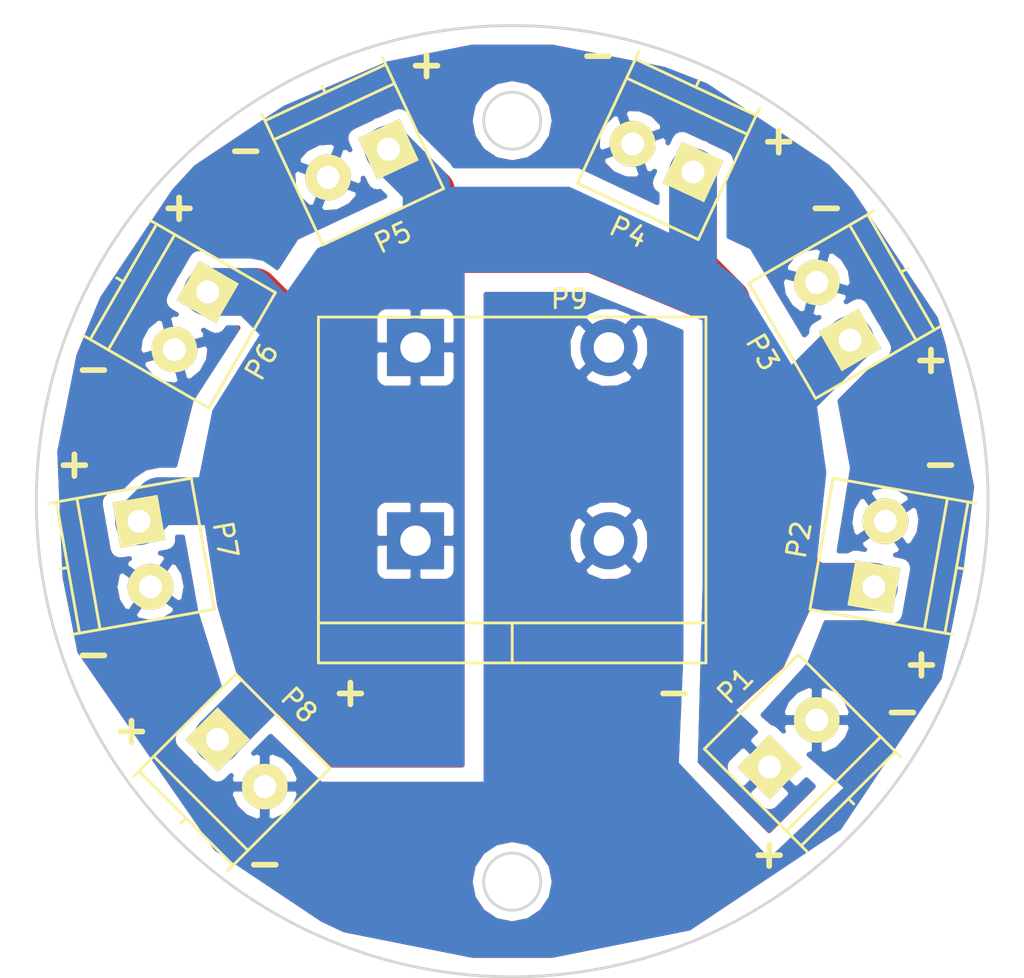
<source format=kicad_pcb>
(kicad_pcb (version 4) (host pcbnew 4.0.4+e1-6308~48~ubuntu16.04.1-stable)

  (general
    (links 18)
    (no_connects 0)
    (area 84.924999 44.924999 135.075001 95.075001)
    (thickness 1.6)
    (drawings 21)
    (tracks 28)
    (zones 0)
    (modules 9)
    (nets 3)
  )

  (page A4)
  (title_block
    (title "ESC Power Distribution")
    (rev 1.0)
    (company Sigmadrone)
    (comment 1 www.sigmadrone.org)
  )

  (layers
    (0 F.Cu signal)
    (31 B.Cu signal)
    (32 B.Adhes user)
    (33 F.Adhes user)
    (34 B.Paste user)
    (35 F.Paste user)
    (36 B.SilkS user)
    (37 F.SilkS user)
    (38 B.Mask user)
    (39 F.Mask user)
    (40 Dwgs.User user)
    (41 Cmts.User user)
    (42 Eco1.User user)
    (43 Eco2.User user)
    (44 Edge.Cuts user)
    (45 Margin user)
    (46 B.CrtYd user)
    (47 F.CrtYd user)
    (48 B.Fab user)
    (49 F.Fab user)
  )

  (setup
    (last_trace_width 2.5)
    (user_trace_width 1)
    (user_trace_width 2.5)
    (user_trace_width 3)
    (user_trace_width 4)
    (user_trace_width 5)
    (user_trace_width 6)
    (user_trace_width 7)
    (user_trace_width 8)
    (trace_clearance 0.2)
    (zone_clearance 0.508)
    (zone_45_only no)
    (trace_min 0.2)
    (segment_width 0.2)
    (edge_width 0.15)
    (via_size 0.6)
    (via_drill 0.4)
    (via_min_size 0.4)
    (via_min_drill 0.3)
    (uvia_size 0.3)
    (uvia_drill 0.1)
    (uvias_allowed no)
    (uvia_min_size 0.2)
    (uvia_min_drill 0.1)
    (pcb_text_width 0.3)
    (pcb_text_size 1.5 1.5)
    (mod_edge_width 0.15)
    (mod_text_size 1 1)
    (mod_text_width 0.15)
    (pad_size 1.524 1.524)
    (pad_drill 0.762)
    (pad_to_mask_clearance 0.2)
    (aux_axis_origin 0 0)
    (visible_elements FFFFFF7F)
    (pcbplotparams
      (layerselection 0x00030_80000001)
      (usegerberextensions false)
      (excludeedgelayer true)
      (linewidth 0.100000)
      (plotframeref false)
      (viasonmask false)
      (mode 1)
      (useauxorigin false)
      (hpglpennumber 1)
      (hpglpenspeed 20)
      (hpglpendiameter 15)
      (hpglpenoverlay 2)
      (psnegative false)
      (psa4output false)
      (plotreference true)
      (plotvalue true)
      (plotinvisibletext false)
      (padsonsilk false)
      (subtractmaskfromsilk false)
      (outputformat 1)
      (mirror false)
      (drillshape 1)
      (scaleselection 1)
      (outputdirectory ""))
  )

  (net 0 "")
  (net 1 +BATT)
  (net 2 GND)

  (net_class Default "This is the default net class."
    (clearance 0.2)
    (trace_width 0.25)
    (via_dia 0.6)
    (via_drill 0.4)
    (uvia_dia 0.3)
    (uvia_drill 0.1)
  )

  (net_class Power ""
    (clearance 0.2)
    (trace_width 0.5)
    (via_dia 0.6)
    (via_drill 0.4)
    (uvia_dia 0.3)
    (uvia_drill 0.1)
    (add_net +BATT)
    (add_net GND)
  )

  (module Terminal_Blocks:TerminalBlock_Pheonix_PT-3.5mm_2pol (layer F.Cu) (tedit 0) (tstamp 57E47C50)
    (at 129 74.5 80)
    (descr "2-way 3.5mm pitch terminal block, Phoenix PT series")
    (path /57E46395)
    (fp_text reference P2 (at 1.75 -4.3 80) (layer F.SilkS)
      (effects (font (size 1 1) (thickness 0.15)))
    )
    (fp_text value CONN_01X02 (at 1.75 6 80) (layer F.Fab)
      (effects (font (size 1 1) (thickness 0.15)))
    )
    (fp_line (start -1.9 -3.3) (end 5.4 -3.3) (layer F.CrtYd) (width 0.05))
    (fp_line (start -1.9 4.7) (end -1.9 -3.3) (layer F.CrtYd) (width 0.05))
    (fp_line (start 5.4 4.7) (end -1.9 4.7) (layer F.CrtYd) (width 0.05))
    (fp_line (start 5.4 -3.3) (end 5.4 4.7) (layer F.CrtYd) (width 0.05))
    (fp_line (start 1.75 4.1) (end 1.75 4.5) (layer F.SilkS) (width 0.15))
    (fp_line (start -1.75 3) (end 5.25 3) (layer F.SilkS) (width 0.15))
    (fp_line (start -1.75 4.1) (end 5.25 4.1) (layer F.SilkS) (width 0.15))
    (fp_line (start -1.75 -3.1) (end -1.75 4.5) (layer F.SilkS) (width 0.15))
    (fp_line (start 5.25 4.5) (end 5.25 -3.1) (layer F.SilkS) (width 0.15))
    (fp_line (start 5.25 -3.1) (end -1.75 -3.1) (layer F.SilkS) (width 0.15))
    (pad 2 thru_hole circle (at 3.5 0 80) (size 2.4 2.4) (drill 1.2) (layers *.Cu *.Mask F.SilkS)
      (net 2 GND))
    (pad 1 thru_hole rect (at 0 0 80) (size 2.4 2.4) (drill 1.2) (layers *.Cu *.Mask F.SilkS)
      (net 1 +BATT))
    (model Terminal_Blocks.3dshapes/TerminalBlock_Pheonix_PT-3.5mm_2pol.wrl
      (at (xyz 0 0 0))
      (scale (xyz 1 1 1))
      (rotate (xyz 0 0 0))
    )
  )

  (module Terminal_Blocks:TerminalBlock_Pheonix_PT-3.5mm_2pol (layer F.Cu) (tedit 0) (tstamp 57E47C60)
    (at 127.75 61.531089 120)
    (descr "2-way 3.5mm pitch terminal block, Phoenix PT series")
    (path /57E463CA)
    (fp_text reference P3 (at 1.75 -4.3 120) (layer F.SilkS)
      (effects (font (size 1 1) (thickness 0.15)))
    )
    (fp_text value CONN_01X02 (at 1.75 6 120) (layer F.Fab)
      (effects (font (size 1 1) (thickness 0.15)))
    )
    (fp_line (start -1.9 -3.3) (end 5.4 -3.3) (layer F.CrtYd) (width 0.05))
    (fp_line (start -1.9 4.7) (end -1.9 -3.3) (layer F.CrtYd) (width 0.05))
    (fp_line (start 5.4 4.7) (end -1.9 4.7) (layer F.CrtYd) (width 0.05))
    (fp_line (start 5.4 -3.3) (end 5.4 4.7) (layer F.CrtYd) (width 0.05))
    (fp_line (start 1.75 4.1) (end 1.75 4.5) (layer F.SilkS) (width 0.15))
    (fp_line (start -1.75 3) (end 5.25 3) (layer F.SilkS) (width 0.15))
    (fp_line (start -1.75 4.1) (end 5.25 4.1) (layer F.SilkS) (width 0.15))
    (fp_line (start -1.75 -3.1) (end -1.75 4.5) (layer F.SilkS) (width 0.15))
    (fp_line (start 5.25 4.5) (end 5.25 -3.1) (layer F.SilkS) (width 0.15))
    (fp_line (start 5.25 -3.1) (end -1.75 -3.1) (layer F.SilkS) (width 0.15))
    (pad 2 thru_hole circle (at 3.5 0 120) (size 2.4 2.4) (drill 1.2) (layers *.Cu *.Mask F.SilkS)
      (net 2 GND))
    (pad 1 thru_hole rect (at 0 0 120) (size 2.4 2.4) (drill 1.2) (layers *.Cu *.Mask F.SilkS)
      (net 1 +BATT))
    (model Terminal_Blocks.3dshapes/TerminalBlock_Pheonix_PT-3.5mm_2pol.wrl
      (at (xyz 0 0 0))
      (scale (xyz 1 1 1))
      (rotate (xyz 0 0 0))
    )
  )

  (module Terminal_Blocks:TerminalBlock_Pheonix_PT-3.5mm_2pol (layer F.Cu) (tedit 0) (tstamp 57E47C70)
    (at 119.5 52.697071 155)
    (descr "2-way 3.5mm pitch terminal block, Phoenix PT series")
    (path /57E463FE)
    (fp_text reference P4 (at 1.75 -4.3 155) (layer F.SilkS)
      (effects (font (size 1 1) (thickness 0.15)))
    )
    (fp_text value CONN_01X02 (at 1.75 6 155) (layer F.Fab)
      (effects (font (size 1 1) (thickness 0.15)))
    )
    (fp_line (start -1.9 -3.3) (end 5.4 -3.3) (layer F.CrtYd) (width 0.05))
    (fp_line (start -1.9 4.7) (end -1.9 -3.3) (layer F.CrtYd) (width 0.05))
    (fp_line (start 5.4 4.7) (end -1.9 4.7) (layer F.CrtYd) (width 0.05))
    (fp_line (start 5.4 -3.3) (end 5.4 4.7) (layer F.CrtYd) (width 0.05))
    (fp_line (start 1.75 4.1) (end 1.75 4.5) (layer F.SilkS) (width 0.15))
    (fp_line (start -1.75 3) (end 5.25 3) (layer F.SilkS) (width 0.15))
    (fp_line (start -1.75 4.1) (end 5.25 4.1) (layer F.SilkS) (width 0.15))
    (fp_line (start -1.75 -3.1) (end -1.75 4.5) (layer F.SilkS) (width 0.15))
    (fp_line (start 5.25 4.5) (end 5.25 -3.1) (layer F.SilkS) (width 0.15))
    (fp_line (start 5.25 -3.1) (end -1.75 -3.1) (layer F.SilkS) (width 0.15))
    (pad 2 thru_hole circle (at 3.5 0 155) (size 2.4 2.4) (drill 1.2) (layers *.Cu *.Mask F.SilkS)
      (net 2 GND))
    (pad 1 thru_hole rect (at 0 0 155) (size 2.4 2.4) (drill 1.2) (layers *.Cu *.Mask F.SilkS)
      (net 1 +BATT))
    (model Terminal_Blocks.3dshapes/TerminalBlock_Pheonix_PT-3.5mm_2pol.wrl
      (at (xyz 0 0 0))
      (scale (xyz 1 1 1))
      (rotate (xyz 0 0 0))
    )
  )

  (module Terminal_Blocks:TerminalBlock_Pheonix_PT-3.5mm_2pol (layer F.Cu) (tedit 0) (tstamp 57E47C80)
    (at 103.5 51.5 205)
    (descr "2-way 3.5mm pitch terminal block, Phoenix PT series")
    (path /57E46435)
    (fp_text reference P5 (at 1.75 -4.3 385) (layer F.SilkS)
      (effects (font (size 1 1) (thickness 0.15)))
    )
    (fp_text value CONN_01X02 (at 1.75 6 205) (layer F.Fab)
      (effects (font (size 1 1) (thickness 0.15)))
    )
    (fp_line (start -1.9 -3.3) (end 5.4 -3.3) (layer F.CrtYd) (width 0.05))
    (fp_line (start -1.9 4.7) (end -1.9 -3.3) (layer F.CrtYd) (width 0.05))
    (fp_line (start 5.4 4.7) (end -1.9 4.7) (layer F.CrtYd) (width 0.05))
    (fp_line (start 5.4 -3.3) (end 5.4 4.7) (layer F.CrtYd) (width 0.05))
    (fp_line (start 1.75 4.1) (end 1.75 4.5) (layer F.SilkS) (width 0.15))
    (fp_line (start -1.75 3) (end 5.25 3) (layer F.SilkS) (width 0.15))
    (fp_line (start -1.75 4.1) (end 5.25 4.1) (layer F.SilkS) (width 0.15))
    (fp_line (start -1.75 -3.1) (end -1.75 4.5) (layer F.SilkS) (width 0.15))
    (fp_line (start 5.25 4.5) (end 5.25 -3.1) (layer F.SilkS) (width 0.15))
    (fp_line (start 5.25 -3.1) (end -1.75 -3.1) (layer F.SilkS) (width 0.15))
    (pad 2 thru_hole circle (at 3.5 0 205) (size 2.4 2.4) (drill 1.2) (layers *.Cu *.Mask F.SilkS)
      (net 2 GND))
    (pad 1 thru_hole rect (at 0 0 205) (size 2.4 2.4) (drill 1.2) (layers *.Cu *.Mask F.SilkS)
      (net 1 +BATT))
    (model Terminal_Blocks.3dshapes/TerminalBlock_Pheonix_PT-3.5mm_2pol.wrl
      (at (xyz 0 0 0))
      (scale (xyz 1 1 1))
      (rotate (xyz 0 0 0))
    )
  )

  (module Terminal_Blocks:TerminalBlock_Pheonix_PT-3.5mm_2pol (layer F.Cu) (tedit 0) (tstamp 57E47C90)
    (at 94 59 240)
    (descr "2-way 3.5mm pitch terminal block, Phoenix PT series")
    (path /57E4646D)
    (fp_text reference P6 (at 1.75 -4.3 240) (layer F.SilkS)
      (effects (font (size 1 1) (thickness 0.15)))
    )
    (fp_text value CONN_01X02 (at 1.75 6 240) (layer F.Fab)
      (effects (font (size 1 1) (thickness 0.15)))
    )
    (fp_line (start -1.9 -3.3) (end 5.4 -3.3) (layer F.CrtYd) (width 0.05))
    (fp_line (start -1.9 4.7) (end -1.9 -3.3) (layer F.CrtYd) (width 0.05))
    (fp_line (start 5.4 4.7) (end -1.9 4.7) (layer F.CrtYd) (width 0.05))
    (fp_line (start 5.4 -3.3) (end 5.4 4.7) (layer F.CrtYd) (width 0.05))
    (fp_line (start 1.75 4.1) (end 1.75 4.5) (layer F.SilkS) (width 0.15))
    (fp_line (start -1.75 3) (end 5.25 3) (layer F.SilkS) (width 0.15))
    (fp_line (start -1.75 4.1) (end 5.25 4.1) (layer F.SilkS) (width 0.15))
    (fp_line (start -1.75 -3.1) (end -1.75 4.5) (layer F.SilkS) (width 0.15))
    (fp_line (start 5.25 4.5) (end 5.25 -3.1) (layer F.SilkS) (width 0.15))
    (fp_line (start 5.25 -3.1) (end -1.75 -3.1) (layer F.SilkS) (width 0.15))
    (pad 2 thru_hole circle (at 3.5 0 240) (size 2.4 2.4) (drill 1.2) (layers *.Cu *.Mask F.SilkS)
      (net 2 GND))
    (pad 1 thru_hole rect (at 0 0 240) (size 2.4 2.4) (drill 1.2) (layers *.Cu *.Mask F.SilkS)
      (net 1 +BATT))
    (model Terminal_Blocks.3dshapes/TerminalBlock_Pheonix_PT-3.5mm_2pol.wrl
      (at (xyz 0 0 0))
      (scale (xyz 1 1 1))
      (rotate (xyz 0 0 0))
    )
  )

  (module Terminal_Blocks:TerminalBlock_Pheonix_PT-3.5mm_2pol (layer F.Cu) (tedit 0) (tstamp 57E47CA0)
    (at 90.392231 71.053173 280)
    (descr "2-way 3.5mm pitch terminal block, Phoenix PT series")
    (path /57E4790D)
    (fp_text reference P7 (at 1.75 -4.3 280) (layer F.SilkS)
      (effects (font (size 1 1) (thickness 0.15)))
    )
    (fp_text value CONN_01X02 (at 1.75 6 280) (layer F.Fab)
      (effects (font (size 1 1) (thickness 0.15)))
    )
    (fp_line (start -1.9 -3.3) (end 5.4 -3.3) (layer F.CrtYd) (width 0.05))
    (fp_line (start -1.9 4.7) (end -1.9 -3.3) (layer F.CrtYd) (width 0.05))
    (fp_line (start 5.4 4.7) (end -1.9 4.7) (layer F.CrtYd) (width 0.05))
    (fp_line (start 5.4 -3.3) (end 5.4 4.7) (layer F.CrtYd) (width 0.05))
    (fp_line (start 1.75 4.1) (end 1.75 4.5) (layer F.SilkS) (width 0.15))
    (fp_line (start -1.75 3) (end 5.25 3) (layer F.SilkS) (width 0.15))
    (fp_line (start -1.75 4.1) (end 5.25 4.1) (layer F.SilkS) (width 0.15))
    (fp_line (start -1.75 -3.1) (end -1.75 4.5) (layer F.SilkS) (width 0.15))
    (fp_line (start 5.25 4.5) (end 5.25 -3.1) (layer F.SilkS) (width 0.15))
    (fp_line (start 5.25 -3.1) (end -1.75 -3.1) (layer F.SilkS) (width 0.15))
    (pad 2 thru_hole circle (at 3.5 0 280) (size 2.4 2.4) (drill 1.2) (layers *.Cu *.Mask F.SilkS)
      (net 2 GND))
    (pad 1 thru_hole rect (at 0 0 280) (size 2.4 2.4) (drill 1.2) (layers *.Cu *.Mask F.SilkS)
      (net 1 +BATT))
    (model Terminal_Blocks.3dshapes/TerminalBlock_Pheonix_PT-3.5mm_2pol.wrl
      (at (xyz 0 0 0))
      (scale (xyz 1 1 1))
      (rotate (xyz 0 0 0))
    )
  )

  (module Terminal_Blocks:TerminalBlock_Pheonix_PT-3.5mm_2pol (layer F.Cu) (tedit 0) (tstamp 57E4823F)
    (at 94.525126 82.525126 315)
    (descr "2-way 3.5mm pitch terminal block, Phoenix PT series")
    (path /57E4794D)
    (fp_text reference P8 (at 1.75 -4.3 315) (layer F.SilkS)
      (effects (font (size 1 1) (thickness 0.15)))
    )
    (fp_text value CONN_01X02 (at 1.75 6 315) (layer F.Fab)
      (effects (font (size 1 1) (thickness 0.15)))
    )
    (fp_line (start -1.9 -3.3) (end 5.4 -3.3) (layer F.CrtYd) (width 0.05))
    (fp_line (start -1.9 4.7) (end -1.9 -3.3) (layer F.CrtYd) (width 0.05))
    (fp_line (start 5.4 4.7) (end -1.9 4.7) (layer F.CrtYd) (width 0.05))
    (fp_line (start 5.4 -3.3) (end 5.4 4.7) (layer F.CrtYd) (width 0.05))
    (fp_line (start 1.75 4.1) (end 1.75 4.5) (layer F.SilkS) (width 0.15))
    (fp_line (start -1.75 3) (end 5.25 3) (layer F.SilkS) (width 0.15))
    (fp_line (start -1.75 4.1) (end 5.25 4.1) (layer F.SilkS) (width 0.15))
    (fp_line (start -1.75 -3.1) (end -1.75 4.5) (layer F.SilkS) (width 0.15))
    (fp_line (start 5.25 4.5) (end 5.25 -3.1) (layer F.SilkS) (width 0.15))
    (fp_line (start 5.25 -3.1) (end -1.75 -3.1) (layer F.SilkS) (width 0.15))
    (pad 2 thru_hole circle (at 3.5 0 315) (size 2.4 2.4) (drill 1.2) (layers *.Cu *.Mask F.SilkS)
      (net 2 GND))
    (pad 1 thru_hole rect (at 0 0 315) (size 2.4 2.4) (drill 1.2) (layers *.Cu *.Mask F.SilkS)
      (net 1 +BATT))
    (model Terminal_Blocks.3dshapes/TerminalBlock_Pheonix_PT-3.5mm_2pol.wrl
      (at (xyz 0 0 0))
      (scale (xyz 1 1 1))
      (rotate (xyz 0 0 0))
    )
  )

  (module Terminal_Blocks:TerminalBlock_Pheonix_PT-3.5mm_2pol (layer F.Cu) (tedit 0) (tstamp 57E485ED)
    (at 123.525126 83.974874 45)
    (descr "2-way 3.5mm pitch terminal block, Phoenix PT series")
    (path /57E46369)
    (fp_text reference P1 (at 1.75 -4.3 45) (layer F.SilkS)
      (effects (font (size 1 1) (thickness 0.15)))
    )
    (fp_text value CONN_01X02 (at 1.75 6 45) (layer F.Fab)
      (effects (font (size 1 1) (thickness 0.15)))
    )
    (fp_line (start -1.9 -3.3) (end 5.4 -3.3) (layer F.CrtYd) (width 0.05))
    (fp_line (start -1.9 4.7) (end -1.9 -3.3) (layer F.CrtYd) (width 0.05))
    (fp_line (start 5.4 4.7) (end -1.9 4.7) (layer F.CrtYd) (width 0.05))
    (fp_line (start 5.4 -3.3) (end 5.4 4.7) (layer F.CrtYd) (width 0.05))
    (fp_line (start 1.75 4.1) (end 1.75 4.5) (layer F.SilkS) (width 0.15))
    (fp_line (start -1.75 3) (end 5.25 3) (layer F.SilkS) (width 0.15))
    (fp_line (start -1.75 4.1) (end 5.25 4.1) (layer F.SilkS) (width 0.15))
    (fp_line (start -1.75 -3.1) (end -1.75 4.5) (layer F.SilkS) (width 0.15))
    (fp_line (start 5.25 4.5) (end 5.25 -3.1) (layer F.SilkS) (width 0.15))
    (fp_line (start 5.25 -3.1) (end -1.75 -3.1) (layer F.SilkS) (width 0.15))
    (pad 2 thru_hole circle (at 3.5 0 45) (size 2.4 2.4) (drill 1.2) (layers *.Cu *.Mask F.SilkS)
      (net 2 GND))
    (pad 1 thru_hole rect (at 0 0 45) (size 2.4 2.4) (drill 1.2) (layers *.Cu *.Mask F.SilkS)
      (net 1 +BATT))
    (model Terminal_Blocks.3dshapes/TerminalBlock_Pheonix_PT-3.5mm_2pol.wrl
      (at (xyz 0 0 0))
      (scale (xyz 1 1 1))
      (rotate (xyz 0 0 0))
    )
  )

  (module Sigmadrone:WURTH_691219610002 (layer F.Cu) (tedit 57E46664) (tstamp 57E485FC)
    (at 110 67)
    (path /57E46330)
    (fp_text reference P9 (at 3 -7.62) (layer F.SilkS)
      (effects (font (size 1 1) (thickness 0.15)))
    )
    (fp_text value CONN_01X02 (at 0 12.7) (layer F.Fab)
      (effects (font (size 1 1) (thickness 0.15)))
    )
    (fp_line (start 0 9.398) (end 0 11.43) (layer F.SilkS) (width 0.15))
    (fp_line (start -10.16 9.398) (end 10.16 9.398) (layer F.SilkS) (width 0.15))
    (fp_line (start -10.18 11.5) (end -10.18 -6.68) (layer F.SilkS) (width 0.15))
    (fp_line (start 10.18 11.5) (end -10.18 11.5) (layer F.SilkS) (width 0.15))
    (fp_line (start 10.18 -6.68) (end 10.18 11.5) (layer F.SilkS) (width 0.15))
    (fp_line (start -10.18 -6.68) (end 10.18 -6.68) (layer F.SilkS) (width 0.15))
    (pad 1 thru_hole rect (at -5.08 5.08) (size 3 3) (drill 1.6) (layers *.Cu *.Mask)
      (net 1 +BATT))
    (pad 1 thru_hole rect (at -5.08 -5.08) (size 3 3) (drill 1.6) (layers *.Cu *.Mask)
      (net 1 +BATT))
    (pad 2 thru_hole circle (at 5.08 -5.08) (size 3 3) (drill 1.6) (layers *.Cu *.Mask)
      (net 2 GND))
    (pad 2 thru_hole circle (at 5.08 5.08) (size 3 3) (drill 1.6) (layers *.Cu *.Mask)
      (net 2 GND))
    (model lib3d/WURTH_691219610002.wrl
      (at (xyz 0 0 0))
      (scale (xyz 1 1 1))
      (rotate (xyz 0 0 0))
    )
  )

  (gr_circle (center 110 90) (end 111.5 90) (layer Edge.Cuts) (width 0.15) (tstamp 57E4875D))
  (gr_circle (center 110 50) (end 111.5 50) (layer Edge.Cuts) (width 0.15))
  (gr_text - (at 118.5 80) (layer F.SilkS) (tstamp 57E48576)
    (effects (font (size 1.5 1.5) (thickness 0.3)))
  )
  (gr_text - (at 130.5 81) (layer F.SilkS) (tstamp 57E48575)
    (effects (font (size 1.5 1.5) (thickness 0.3)))
  )
  (gr_text - (at 132.5 68) (layer F.SilkS) (tstamp 57E48574)
    (effects (font (size 1.5 1.5) (thickness 0.3)))
  )
  (gr_text - (at 126.5 54.5) (layer F.SilkS) (tstamp 57E48573)
    (effects (font (size 1.5 1.5) (thickness 0.3)))
  )
  (gr_text - (at 114.5 46.5) (layer F.SilkS) (tstamp 57E48572)
    (effects (font (size 1.5 1.5) (thickness 0.3)))
  )
  (gr_text - (at 96 51.5) (layer F.SilkS) (tstamp 57E48571)
    (effects (font (size 1.5 1.5) (thickness 0.3)))
  )
  (gr_text - (at 88 63) (layer F.SilkS) (tstamp 57E48570)
    (effects (font (size 1.5 1.5) (thickness 0.3)))
  )
  (gr_text - (at 88 78) (layer F.SilkS) (tstamp 57E4856F)
    (effects (font (size 1.5 1.5) (thickness 0.3)))
  )
  (gr_text - (at 97 89) (layer F.SilkS) (tstamp 57E4856C)
    (effects (font (size 1.5 1.5) (thickness 0.3)))
  )
  (gr_text + (at 101.5 80) (layer F.SilkS) (tstamp 57E48569)
    (effects (font (size 1.5 1.5) (thickness 0.3)))
  )
  (gr_text + (at 123.5 88.5) (layer F.SilkS) (tstamp 57E48568)
    (effects (font (size 1.5 1.5) (thickness 0.3)))
  )
  (gr_text + (at 131.5 78.5) (layer F.SilkS) (tstamp 57E48567)
    (effects (font (size 1.5 1.5) (thickness 0.3)))
  )
  (gr_text + (at 132 62.5) (layer F.SilkS) (tstamp 57E48566)
    (effects (font (size 1.5 1.5) (thickness 0.3)))
  )
  (gr_text + (at 124 51) (layer F.SilkS) (tstamp 57E48565)
    (effects (font (size 1.5 1.5) (thickness 0.3)))
  )
  (gr_text + (at 105.5 47) (layer F.SilkS) (tstamp 57E48564)
    (effects (font (size 1.5 1.5) (thickness 0.3)))
  )
  (gr_text + (at 92.5 54.5) (layer F.SilkS) (tstamp 57E48563)
    (effects (font (size 1.5 1.5) (thickness 0.3)))
  )
  (gr_text + (at 87 68) (layer F.SilkS) (tstamp 57E48562)
    (effects (font (size 1.5 1.5) (thickness 0.3)))
  )
  (gr_text + (at 90 82) (layer F.SilkS)
    (effects (font (size 1.5 1.5) (thickness 0.3)))
  )
  (gr_circle (center 110 70) (end 110 95) (layer Edge.Cuts) (width 0.15))

  (segment (start 124.781089 64.5) (end 122.75 64.5) (width 2.5) (layer F.Cu) (net 1))
  (segment (start 127.75 61.531089) (end 124.781089 64.5) (width 2.5) (layer F.Cu) (net 1))
  (segment (start 125.75 74.5) (end 124 72.75) (width 2.5) (layer F.Cu) (net 1))
  (segment (start 129 74.5) (end 125.75 74.5) (width 2.5) (layer F.Cu) (net 1))
  (segment (start 94.525126 82.474874) (end 97.25 79.75) (width 2.5) (layer F.Cu) (net 1))
  (segment (start 94.525126 82.525126) (end 94.525126 82.474874) (width 2.5) (layer F.Cu) (net 1))
  (segment (start 91.445404 70) (end 95.75 70) (width 2.5) (layer F.Cu) (net 1))
  (segment (start 90.392231 71.053173) (end 91.445404 70) (width 2.5) (layer F.Cu) (net 1))
  (segment (start 96.5 59) (end 98.75 61.25) (width 2.5) (layer F.Cu) (net 1))
  (segment (start 94 59) (end 96.5 59) (width 2.5) (layer F.Cu) (net 1))
  (segment (start 105.75 53.75) (end 105.75 55.5) (width 2.5) (layer F.Cu) (net 1))
  (segment (start 103.5 51.5) (end 105.75 53.75) (width 2.5) (layer F.Cu) (net 1))
  (segment (start 119.5 57.75) (end 121.25 59.5) (width 2.5) (layer F.Cu) (net 1))
  (segment (start 119.5 52.697071) (end 119.5 57.75) (width 2.5) (layer F.Cu) (net 1))
  (segment (start 94.525126 82.474874) (end 97.25 79.75) (width 2.5) (layer B.Cu) (net 1))
  (segment (start 119.5 58) (end 121 59.5) (width 2.5) (layer B.Cu) (net 1))
  (segment (start 119.5 52.697071) (end 119.5 58) (width 2.5) (layer B.Cu) (net 1))
  (segment (start 125.031089 64.25) (end 122.5 64.25) (width 2.5) (layer B.Cu) (net 1))
  (segment (start 127.75 61.531089) (end 125.031089 64.25) (width 2.5) (layer B.Cu) (net 1))
  (segment (start 125.25 74.5) (end 123.75 73) (width 2.5) (layer B.Cu) (net 1))
  (segment (start 129 74.5) (end 125.25 74.5) (width 2.5) (layer B.Cu) (net 1))
  (segment (start 94.525126 82.525126) (end 94.525126 82.474874) (width 2.5) (layer B.Cu) (net 1))
  (segment (start 91.445404 70) (end 96.25 70) (width 2.5) (layer B.Cu) (net 1))
  (segment (start 90.392231 71.053173) (end 91.445404 70) (width 2.5) (layer B.Cu) (net 1))
  (segment (start 96.25 59) (end 98.5 61.25) (width 2.5) (layer B.Cu) (net 1))
  (segment (start 94 59) (end 96.25 59) (width 2.5) (layer B.Cu) (net 1))
  (segment (start 105.5 53.5) (end 105.5 55.25) (width 2.5) (layer B.Cu) (net 1))
  (segment (start 103.5 51.5) (end 105.5 53.5) (width 2.5) (layer B.Cu) (net 1))

  (zone (net 1) (net_name +BATT) (layer F.Cu) (tstamp 0) (hatch edge 0.508)
    (connect_pads (clearance 0.508))
    (min_thickness 0.254)
    (fill yes (arc_segments 16) (thermal_gap 0.508) (thermal_bridge_width 0.508))
    (polygon
      (pts
        (xy 100.5 84) (xy 95.5 79) (xy 94.5 75.5) (xy 93.5 69) (xy 94.25 65.25)
        (xy 98 59.25) (xy 99.75 56.75) (xy 106.5 53.5) (xy 113 53.5) (xy 119.5 56.5)
        (xy 122 58.5) (xy 126 65) (xy 126.5 68.5) (xy 125.75 75.5) (xy 124.25 78.75)
        (xy 121.75 81) (xy 126 85) (xy 123.5 87.5) (xy 119.75 83.75) (xy 120 74.5)
        (xy 120 60.5) (xy 114 58) (xy 107.5 58) (xy 107.5 84)
      )
    )
    (filled_polygon
      (pts
        (xy 119.432741 56.608831) (xy 121.903415 58.585371) (xy 125.878008 65.044085) (xy 126.372032 68.502253) (xy 125.625946 75.465724)
        (xy 124.145632 78.67307) (xy 121.665041 80.905602) (xy 121.635009 80.946093) (xy 121.623095 80.995078) (xy 121.631179 81.044839)
        (xy 121.662959 81.092481) (xy 122.770266 82.134652) (xy 122.429641 82.475277) (xy 122.429641 82.699784) (xy 123.525126 83.795269)
        (xy 123.539269 83.781127) (xy 123.718874 83.960732) (xy 123.704731 83.974874) (xy 124.800216 85.070359) (xy 125.024723 85.070359)
        (xy 125.443986 84.651096) (xy 125.817632 85.002762) (xy 123.5 87.320394) (xy 121.42957 85.249964) (xy 122.429641 85.249964)
        (xy 122.429641 85.474471) (xy 123.165428 86.210258) (xy 123.398817 86.306931) (xy 123.651436 86.30693) (xy 123.884825 86.210257)
        (xy 124.620611 85.474471) (xy 124.620611 85.249964) (xy 123.525126 84.154479) (xy 122.429641 85.249964) (xy 121.42957 85.249964)
        (xy 120.280789 84.101183) (xy 121.193069 84.101183) (xy 121.289742 84.334572) (xy 122.025529 85.070359) (xy 122.250036 85.070359)
        (xy 123.345521 83.974874) (xy 122.250036 82.879389) (xy 122.025529 82.879389) (xy 121.289743 83.615175) (xy 121.19307 83.848564)
        (xy 121.193069 84.101183) (xy 120.280789 84.101183) (xy 119.87843 83.698824) (xy 120.126954 74.503431) (xy 120.127 74.5)
        (xy 120.127 60.5) (xy 120.116994 60.45059) (xy 120.088553 60.408965) (xy 120.048846 60.382769) (xy 114.048846 57.882769)
        (xy 114 57.873) (xy 107.5 57.873) (xy 107.45059 57.883006) (xy 107.408965 57.911447) (xy 107.381685 57.953841)
        (xy 107.373 58) (xy 107.373 83.873) (xy 100.552606 83.873) (xy 95.613073 78.933467) (xy 94.624307 75.472786)
        (xy 94.146302 72.36575) (xy 102.785 72.36575) (xy 102.785 73.70631) (xy 102.881673 73.939699) (xy 103.060302 74.118327)
        (xy 103.293691 74.215) (xy 104.63425 74.215) (xy 104.793 74.05625) (xy 104.793 72.207) (xy 105.047 72.207)
        (xy 105.047 74.05625) (xy 105.20575 74.215) (xy 106.546309 74.215) (xy 106.779698 74.118327) (xy 106.958327 73.939699)
        (xy 107.055 73.70631) (xy 107.055 72.36575) (xy 106.89625 72.207) (xy 105.047 72.207) (xy 104.793 72.207)
        (xy 102.94375 72.207) (xy 102.785 72.36575) (xy 94.146302 72.36575) (xy 93.852139 70.45369) (xy 102.785 70.45369)
        (xy 102.785 71.79425) (xy 102.94375 71.953) (xy 104.793 71.953) (xy 104.793 70.10375) (xy 105.047 70.10375)
        (xy 105.047 71.953) (xy 106.89625 71.953) (xy 107.055 71.79425) (xy 107.055 70.45369) (xy 106.958327 70.220301)
        (xy 106.779698 70.041673) (xy 106.546309 69.945) (xy 105.20575 69.945) (xy 105.047 70.10375) (xy 104.793 70.10375)
        (xy 104.63425 69.945) (xy 103.293691 69.945) (xy 103.060302 70.041673) (xy 102.881673 70.220301) (xy 102.785 70.45369)
        (xy 93.852139 70.45369) (xy 93.628938 69.002887) (xy 94.369986 65.297646) (xy 96.302421 62.20575) (xy 102.785 62.20575)
        (xy 102.785 63.54631) (xy 102.881673 63.779699) (xy 103.060302 63.958327) (xy 103.293691 64.055) (xy 104.63425 64.055)
        (xy 104.793 63.89625) (xy 104.793 62.047) (xy 105.047 62.047) (xy 105.047 63.89625) (xy 105.20575 64.055)
        (xy 106.546309 64.055) (xy 106.779698 63.958327) (xy 106.958327 63.779699) (xy 107.055 63.54631) (xy 107.055 62.20575)
        (xy 106.89625 62.047) (xy 105.047 62.047) (xy 104.793 62.047) (xy 102.94375 62.047) (xy 102.785 62.20575)
        (xy 96.302421 62.20575) (xy 97.497458 60.29369) (xy 102.785 60.29369) (xy 102.785 61.63425) (xy 102.94375 61.793)
        (xy 104.793 61.793) (xy 104.793 59.94375) (xy 105.047 59.94375) (xy 105.047 61.793) (xy 106.89625 61.793)
        (xy 107.055 61.63425) (xy 107.055 60.29369) (xy 106.958327 60.060301) (xy 106.779698 59.881673) (xy 106.546309 59.785)
        (xy 105.20575 59.785) (xy 105.047 59.94375) (xy 104.793 59.94375) (xy 104.63425 59.785) (xy 103.293691 59.785)
        (xy 103.060302 59.881673) (xy 102.881673 60.060301) (xy 102.785 60.29369) (xy 97.497458 60.29369) (xy 98.105946 59.32011)
        (xy 99.835005 56.850026) (xy 106.528982 53.627) (xy 112.972106 53.627)
      )
    )
  )
  (zone (net 2) (net_name GND) (layer F.Cu) (tstamp 0) (hatch edge 0.508)
    (connect_pads (clearance 0.508))
    (min_thickness 0.254)
    (fill yes (arc_segments 16) (thermal_gap 0.508) (thermal_bridge_width 0.508))
    (polygon
      (pts
        (xy 100 84.75) (xy 94.75 79.75) (xy 93.5 75.75) (xy 92.25 68.75) (xy 93.25 64.75)
        (xy 98.75 56.25) (xy 106.75 52.5) (xy 113.5 52.5) (xy 122.5 56.75) (xy 127 64.25)
        (xy 127.75 68.25) (xy 126.5 76) (xy 125.5 78.5) (xy 123 81.25) (xy 128.5 86)
        (xy 133 79) (xy 134.5 67.5) (xy 131.5 57.5) (xy 124 49.5) (xy 115 46)
        (xy 105.5 46) (xy 95 50.5) (xy 89.5 56.5) (xy 86 65) (xy 86.5 77)
        (xy 95.5 90) (xy 104 94) (xy 116 94) (xy 124.25 90.75) (xy 129.5 85.75)
        (xy 128 84.5) (xy 123.5 88.75) (xy 118.75 83.75) (xy 119 78) (xy 119 68.75)
        (xy 119 61) (xy 114 59) (xy 108.5 59) (xy 108.5 80.25) (xy 108.5 84.75)
      )
    )
    (filled_polygon
      (pts
        (xy 117.991398 47.299588) (xy 120.182367 48.151631) (xy 126.551652 52.407451) (xy 127.753951 53.689903) (xy 132.237338 60.399766)
        (xy 132.661892 61.814946) (xy 134.142536 69.258647) (xy 133.580761 73.565586) (xy 132.441034 79.295381) (xy 127.175624 87.175624)
        (xy 119.295381 92.441034) (xy 112.096401 93.873) (xy 107.903599 93.873) (xy 101.191085 92.537798) (xy 100.035755 91.994113)
        (xy 97.051354 90) (xy 107.79 90) (xy 107.958226 90.84573) (xy 108.437294 91.562706) (xy 109.15427 92.041774)
        (xy 110 92.21) (xy 110.84573 92.041774) (xy 111.562706 91.562706) (xy 112.041774 90.84573) (xy 112.21 90)
        (xy 112.041774 89.15427) (xy 111.562706 88.437294) (xy 110.84573 87.958226) (xy 110 87.79) (xy 109.15427 87.958226)
        (xy 108.437294 88.437294) (xy 107.958226 89.15427) (xy 107.79 90) (xy 97.051354 90) (xy 94.452079 88.263221)
        (xy 92.481925 85.417442) (xy 95.176214 85.417442) (xy 95.47479 86.083599) (xy 96.005565 86.584788) (xy 96.582558 86.823786)
        (xy 96.873 86.707483) (xy 96.873 85.127) (xy 97.127 85.127) (xy 97.127 86.707483) (xy 97.417442 86.823786)
        (xy 98.083599 86.52521) (xy 98.584788 85.994435) (xy 98.823786 85.417442) (xy 98.707483 85.127) (xy 97.127 85.127)
        (xy 96.873 85.127) (xy 95.292517 85.127) (xy 95.176214 85.417442) (xy 92.481925 85.417442) (xy 87.282966 77.907833)
        (xy 86.897813 75.971532) (xy 90.12466 75.971532) (xy 90.295868 76.233393) (xy 91.012808 76.370906) (xy 91.727798 76.223591)
        (xy 92.254523 75.888029) (xy 92.325844 75.583404) (xy 91.031188 74.676877) (xy 90.12466 75.971532) (xy 86.897813 75.971532)
        (xy 86.607654 74.512808) (xy 89.129094 74.512808) (xy 89.276409 75.227798) (xy 89.611971 75.754523) (xy 89.916596 75.825844)
        (xy 90.823123 74.531188) (xy 90.734041 74.468812) (xy 91.176877 74.468812) (xy 92.471532 75.37534) (xy 92.733393 75.204132)
        (xy 92.870906 74.487192) (xy 92.723591 73.772202) (xy 92.388029 73.245477) (xy 92.083404 73.174156) (xy 91.176877 74.468812)
        (xy 90.734041 74.468812) (xy 89.528468 73.62466) (xy 89.266607 73.795868) (xy 89.129094 74.512808) (xy 86.607654 74.512808)
        (xy 86.501173 73.977496) (xy 86.343453 70.192209) (xy 88.36448 70.192209) (xy 88.512034 71.029027) (xy 88.507231 71.053173)
        (xy 88.587028 71.454342) (xy 88.781236 72.555747) (xy 88.865704 72.7798) (xy 89.040193 72.968491) (xy 89.274346 73.07443)
        (xy 89.531267 73.080924) (xy 89.894839 73.016816) (xy 89.745477 73.111971) (xy 89.674156 73.416596) (xy 90.968812 74.323123)
        (xy 91.87534 73.028468) (xy 91.704132 72.766607) (xy 91.517193 72.730751) (xy 91.894805 72.664168) (xy 92.118858 72.5797)
        (xy 92.307549 72.405211) (xy 92.413488 72.171058) (xy 92.419982 71.914137) (xy 92.414844 71.885) (xy 92.680813 71.885)
        (xy 93.374978 75.772325) (xy 93.378781 75.787881) (xy 94.609149 79.725059) (xy 93.19223 81.141978) (xy 92.984075 81.453503)
        (xy 92.370261 82.067317) (xy 92.235176 82.26502) (xy 92.180692 82.516182) (xy 92.228216 82.768753) (xy 92.370261 82.982935)
        (xy 93.085268 83.697942) (xy 93.19223 83.858022) (xy 93.35231 83.964984) (xy 94.067317 84.679991) (xy 94.26502 84.815076)
        (xy 94.516182 84.86956) (xy 94.768753 84.822036) (xy 94.982935 84.679991) (xy 95.243987 84.418939) (xy 95.176214 84.582558)
        (xy 95.292517 84.873) (xy 96.693392 84.873) (xy 96.806251 84.985859) (xy 96.985859 84.806251) (xy 96.873 84.693392)
        (xy 96.873 83.292517) (xy 97.127 83.292517) (xy 97.127 84.873) (xy 98.707483 84.873) (xy 98.823786 84.582558)
        (xy 98.52521 83.916401) (xy 97.994435 83.415212) (xy 97.417442 83.176214) (xy 97.127 83.292517) (xy 96.873 83.292517)
        (xy 96.582558 83.176214) (xy 96.414053 83.251739) (xy 97.306064 82.359728) (xy 99.912414 84.841966) (xy 99.955094 84.868796)
        (xy 100 84.877) (xy 108.5 84.877) (xy 108.54941 84.866994) (xy 108.591035 84.838553) (xy 108.618315 84.796159)
        (xy 108.627 84.75) (xy 108.627 73.59397) (xy 113.745635 73.59397) (xy 113.905418 73.912739) (xy 114.696187 74.222723)
        (xy 115.545387 74.206497) (xy 116.254582 73.912739) (xy 116.414365 73.59397) (xy 115.08 72.259605) (xy 113.745635 73.59397)
        (xy 108.627 73.59397) (xy 108.627 71.696187) (xy 112.937277 71.696187) (xy 112.953503 72.545387) (xy 113.247261 73.254582)
        (xy 113.56603 73.414365) (xy 114.900395 72.08) (xy 115.259605 72.08) (xy 116.59397 73.414365) (xy 116.912739 73.254582)
        (xy 117.222723 72.463813) (xy 117.206497 71.614613) (xy 116.912739 70.905418) (xy 116.59397 70.745635) (xy 115.259605 72.08)
        (xy 114.900395 72.08) (xy 113.56603 70.745635) (xy 113.247261 70.905418) (xy 112.937277 71.696187) (xy 108.627 71.696187)
        (xy 108.627 70.56603) (xy 113.745635 70.56603) (xy 115.08 71.900395) (xy 116.414365 70.56603) (xy 116.254582 70.247261)
        (xy 115.463813 69.937277) (xy 114.614613 69.953503) (xy 113.905418 70.247261) (xy 113.745635 70.56603) (xy 108.627 70.56603)
        (xy 108.627 63.43397) (xy 113.745635 63.43397) (xy 113.905418 63.752739) (xy 114.696187 64.062723) (xy 115.545387 64.046497)
        (xy 116.254582 63.752739) (xy 116.414365 63.43397) (xy 115.08 62.099605) (xy 113.745635 63.43397) (xy 108.627 63.43397)
        (xy 108.627 61.536187) (xy 112.937277 61.536187) (xy 112.953503 62.385387) (xy 113.247261 63.094582) (xy 113.56603 63.254365)
        (xy 114.900395 61.92) (xy 115.259605 61.92) (xy 116.59397 63.254365) (xy 116.912739 63.094582) (xy 117.222723 62.303813)
        (xy 117.206497 61.454613) (xy 116.912739 60.745418) (xy 116.59397 60.585635) (xy 115.259605 61.92) (xy 114.900395 61.92)
        (xy 113.56603 60.585635) (xy 113.247261 60.745418) (xy 112.937277 61.536187) (xy 108.627 61.536187) (xy 108.627 60.40603)
        (xy 113.745635 60.40603) (xy 115.08 61.740395) (xy 116.414365 60.40603) (xy 116.254582 60.087261) (xy 115.463813 59.777277)
        (xy 114.614613 59.793503) (xy 113.905418 60.087261) (xy 113.745635 60.40603) (xy 108.627 60.40603) (xy 108.627 59.127)
        (xy 113.97554 59.127) (xy 118.873 61.085984) (xy 118.873 77.997243) (xy 118.62312 83.744483) (xy 118.63097 83.794282)
        (xy 118.657925 83.837471) (xy 123.407925 88.837471) (xy 123.44921 88.866402) (xy 123.498499 88.876991) (xy 123.548024 88.86757)
        (xy 123.587201 88.842331) (xy 127.598642 85.053747) (xy 127.070431 84.597564) (xy 127.918697 84.597564) (xy 128.005271 84.669709)
        (xy 128.087201 84.592331) (xy 128 84.5) (xy 127.918697 84.597564) (xy 127.070431 84.597564) (xy 125.59142 83.320237)
        (xy 125.873 83.207483) (xy 125.873 81.806608) (xy 125.985859 81.693749) (xy 125.91911 81.627) (xy 126.127 81.627)
        (xy 126.127 83.207483) (xy 126.417442 83.323786) (xy 127.083599 83.02521) (xy 127.584788 82.494435) (xy 127.823786 81.917442)
        (xy 127.707483 81.627) (xy 126.127 81.627) (xy 125.91911 81.627) (xy 125.806251 81.514141) (xy 125.693392 81.627)
        (xy 124.292517 81.627) (xy 124.176214 81.917442) (xy 124.254067 82.091141) (xy 123.982935 81.820009) (xy 123.785232 81.684924)
        (xy 123.668606 81.659625) (xy 123.181605 81.239033) (xy 123.323854 81.082558) (xy 124.176214 81.082558) (xy 124.292517 81.373)
        (xy 125.873 81.373) (xy 125.873 79.792517) (xy 126.127 79.792517) (xy 126.127 81.373) (xy 127.707483 81.373)
        (xy 127.823786 81.082558) (xy 127.52521 80.416401) (xy 126.994435 79.915212) (xy 126.417442 79.676214) (xy 126.127 79.792517)
        (xy 125.873 79.792517) (xy 125.582558 79.676214) (xy 124.916401 79.97479) (xy 124.415212 80.505565) (xy 124.176214 81.082558)
        (xy 123.323854 81.082558) (xy 125.593972 78.585429) (xy 125.617917 78.547167) (xy 126.482784 76.385) (xy 129 76.385)
        (xy 129.024146 76.380197) (xy 129.860964 76.527751) (xy 130.100395 76.525008) (xy 130.337385 76.425578) (xy 130.51702 76.24178)
        (xy 130.610995 76.002574) (xy 130.805203 74.901164) (xy 130.885 74.5) (xy 130.880197 74.475854) (xy 131.027751 73.639036)
        (xy 131.025008 73.399605) (xy 130.925578 73.162615) (xy 130.74178 72.98298) (xy 130.502574 72.889005) (xy 130.139001 72.824897)
        (xy 130.311901 72.786566) (xy 130.483109 72.524705) (xy 129.576581 71.23005) (xy 128.281925 72.136577) (xy 128.353246 72.441202)
        (xy 128.516647 72.538832) (xy 128.139036 72.472249) (xy 127.899605 72.474992) (xy 127.662615 72.574422) (xy 127.622956 72.615)
        (xy 127.17461 72.615) (xy 127.41129 71.147577) (xy 127.739202 71.147577) (xy 127.874376 71.757305) (xy 128.136237 71.928513)
        (xy 129.341809 71.084361) (xy 129.784646 71.084361) (xy 130.691173 72.379017) (xy 130.995798 72.307696) (xy 131.370226 71.681025)
        (xy 131.476336 70.958769) (xy 131.341162 70.349041) (xy 131.079301 70.177833) (xy 129.784646 71.084361) (xy 129.341809 71.084361)
        (xy 129.430892 71.021985) (xy 128.524365 69.727329) (xy 128.21974 69.79865) (xy 127.845312 70.425321) (xy 127.739202 71.147577)
        (xy 127.41129 71.147577) (xy 127.66386 69.581641) (xy 128.732429 69.581641) (xy 129.638957 70.876296) (xy 130.933613 69.969769)
        (xy 130.862292 69.665144) (xy 130.235621 69.290716) (xy 129.513365 69.184606) (xy 128.903637 69.31978) (xy 128.732429 69.581641)
        (xy 127.66386 69.581641) (xy 127.87538 68.270223) (xy 127.874825 68.226595) (xy 127.218845 64.728036) (xy 129.010034 62.936847)
        (xy 129.71295 62.531018) (xy 129.894601 62.375014) (xy 130.012234 62.146512) (xy 130.031699 61.890247) (xy 129.949929 61.646599)
        (xy 129.504522 60.875132) (xy 129.491513 60.809731) (xy 129.309439 60.537238) (xy 128.749929 59.568139) (xy 128.593925 59.386488)
        (xy 128.365423 59.268855) (xy 128.109158 59.24939) (xy 127.86551 59.33116) (xy 127.545789 59.515751) (xy 127.6536 59.375249)
        (xy 127.616432 59.064602) (xy 126.424955 58.745347) (xy 126.193749 58.514141) (xy 126.014141 58.693749) (xy 126.06574 58.745348)
        (xy 125.680743 60.182172) (xy 125.931187 60.369684) (xy 126.119118 60.33944) (xy 125.78705 60.53116) (xy 125.605399 60.687164)
        (xy 125.487766 60.915666) (xy 125.470351 61.144946) (xy 125.354553 61.260744) (xy 123.656819 58.431187) (xy 124.130316 58.431187)
        (xy 124.246304 59.151923) (xy 124.629276 59.773409) (xy 125.124751 60.1536) (xy 125.435398 60.116432) (xy 125.844457 58.589803)
        (xy 125.17416 58.410197) (xy 126.155543 58.410197) (xy 127.682172 58.819257) (xy 127.869684 58.568813) (xy 127.753696 57.848077)
        (xy 127.370724 57.226591) (xy 126.875249 56.8464) (xy 126.564602 56.883568) (xy 126.155543 58.410197) (xy 125.17416 58.410197)
        (xy 124.317828 58.180743) (xy 124.130316 58.431187) (xy 123.656819 58.431187) (xy 123.172958 57.624751) (xy 124.3464 57.624751)
        (xy 124.383568 57.935398) (xy 125.910197 58.344457) (xy 126.319257 56.817828) (xy 126.068813 56.630316) (xy 125.348077 56.746304)
        (xy 124.726591 57.129276) (xy 124.3464 57.624751) (xy 123.172958 57.624751) (xy 122.608902 56.684659) (xy 122.55423 56.63516)
        (xy 121.385 56.083024) (xy 121.385 53.026091) (xy 121.681491 52.390264) (xy 121.740811 52.158282) (xy 121.706107 51.903633)
        (xy 121.575064 51.682548) (xy 121.368331 51.529864) (xy 120.416846 51.086179) (xy 120.221358 50.955558) (xy 120.073773 50.926202)
        (xy 119.193193 50.51558) (xy 118.961211 50.45626) (xy 118.706562 50.490964) (xy 118.485477 50.622007) (xy 118.332793 50.82874)
        (xy 118.17677 51.163332) (xy 118.184495 50.986403) (xy 117.975869 50.753254) (xy 116.558689 51.269065) (xy 116.521672 51.232048)
        (xy 116.342064 51.411656) (xy 116.643196 51.712788) (xy 117.031258 52.77898) (xy 117.343962 52.788932) (xy 117.480556 52.656368)
        (xy 117.318509 53.003878) (xy 117.259189 53.23586) (xy 117.293893 53.490509) (xy 117.424936 53.711594) (xy 117.615 53.851967)
        (xy 117.615 54.302746) (xy 113.55423 52.38516) (xy 113.5 52.373) (xy 107.038793 52.373) (xy 106.899739 52.233946)
        (xy 114.756898 52.233946) (xy 115.265307 52.75781) (xy 115.935489 53.047237) (xy 116.559427 53.074479) (xy 116.792576 52.865853)
        (xy 116.252019 51.380685) (xy 114.76685 51.921242) (xy 114.756898 52.233946) (xy 106.899739 52.233946) (xy 104.990269 50.324477)
        (xy 104.838963 50) (xy 107.79 50) (xy 107.958226 50.84573) (xy 108.437294 51.562706) (xy 109.15427 52.041774)
        (xy 110 52.21) (xy 110.84573 52.041774) (xy 111.562706 51.562706) (xy 111.638407 51.449411) (xy 114.471351 51.449411)
        (xy 114.679977 51.68256) (xy 116.165145 51.142003) (xy 115.624588 49.656834) (xy 115.311884 49.646882) (xy 114.78802 50.155291)
        (xy 114.498593 50.825473) (xy 114.471351 51.449411) (xy 111.638407 51.449411) (xy 112.041774 50.84573) (xy 112.21 50)
        (xy 112.124461 49.569961) (xy 115.86327 49.569961) (xy 116.403827 51.055129) (xy 117.888996 50.514572) (xy 117.898948 50.201868)
        (xy 117.390539 49.678004) (xy 116.720357 49.388577) (xy 116.096419 49.361335) (xy 115.86327 49.569961) (xy 112.124461 49.569961)
        (xy 112.041774 49.15427) (xy 111.562706 48.437294) (xy 110.84573 47.958226) (xy 110 47.79) (xy 109.15427 47.958226)
        (xy 108.437294 48.437294) (xy 107.958226 49.15427) (xy 107.79 50) (xy 104.838963 50) (xy 104.667207 49.631669)
        (xy 104.527628 49.437112) (xy 104.310248 49.300012) (xy 104.056655 49.258286) (xy 103.806807 49.318509) (xy 102.926227 49.72913)
        (xy 102.778641 49.758487) (xy 102.583152 49.889109) (xy 101.631669 50.332793) (xy 101.437112 50.472372) (xy 101.300012 50.689752)
        (xy 101.258286 50.943345) (xy 101.318509 51.193193) (xy 101.474531 51.527784) (xy 101.343962 51.408139) (xy 101.031258 51.418091)
        (xy 100.643196 52.484283) (xy 100.342064 52.785415) (xy 100.521672 52.965023) (xy 100.558689 52.928006) (xy 101.975869 53.443817)
        (xy 102.184495 53.210668) (xy 102.170746 53.02082) (xy 102.332793 53.368331) (xy 102.472372 53.562888) (xy 102.689752 53.699988)
        (xy 102.943345 53.741714) (xy 103.050172 53.715965) (xy 103.307581 53.973374) (xy 98.696097 56.135007) (xy 98.643375 56.181007)
        (xy 97.727396 57.596611) (xy 97.221359 57.258487) (xy 96.5 57.115) (xy 94.429963 57.115) (xy 93.88449 56.800071)
        (xy 93.658561 56.720758) (xy 93.401856 56.733136) (xy 93.170191 56.844411) (xy 93.000071 57.03705) (xy 92.440561 58.006149)
        (xy 92.258487 58.278642) (xy 92.245478 58.344043) (xy 91.800071 59.11551) (xy 91.720758 59.341439) (xy 91.733136 59.598144)
        (xy 91.844411 59.829809) (xy 92.03705 59.999929) (xy 92.356773 60.184521) (xy 92.181187 60.161405) (xy 91.930743 60.348917)
        (xy 92.31574 61.785741) (xy 92.264141 61.83734) (xy 92.443749 62.016948) (xy 92.674955 61.785742) (xy 93.866432 61.466487)
        (xy 93.9036 61.15584) (xy 93.783444 61.008211) (xy 94.11551 61.199929) (xy 94.341439 61.279242) (xy 94.598144 61.266864)
        (xy 94.829809 61.155589) (xy 94.999929 60.96295) (xy 95.044933 60.885) (xy 95.599615 60.885) (xy 93.143375 64.681007)
        (xy 93.126792 64.719198) (xy 92.277842 68.115) (xy 91.445404 68.115) (xy 90.724046 68.258487) (xy 90.112508 68.667103)
        (xy 89.433291 69.346321) (xy 88.889657 69.442178) (xy 88.665604 69.526646) (xy 88.476913 69.701135) (xy 88.370974 69.935288)
        (xy 88.36448 70.192209) (xy 86.343453 70.192209) (xy 86.227121 67.400256) (xy 87.121017 62.906338) (xy 90.5964 62.906338)
        (xy 91.057216 63.472519) (xy 91.699623 63.819255) (xy 92.318813 63.900773) (xy 92.569257 63.713261) (xy 92.160197 62.186632)
        (xy 90.633568 62.595691) (xy 90.5964 62.906338) (xy 87.121017 62.906338) (xy 87.234631 62.335163) (xy 87.331503 62.099902)
        (xy 90.380316 62.099902) (xy 90.567828 62.350346) (xy 91.424159 62.120892) (xy 92.405543 62.120892) (xy 92.814602 63.647521)
        (xy 93.125249 63.684689) (xy 93.69143 63.223873) (xy 94.038166 62.581466) (xy 94.119684 61.962276) (xy 93.932172 61.711832)
        (xy 92.405543 62.120892) (xy 91.424159 62.120892) (xy 92.094457 61.941286) (xy 91.685398 60.414657) (xy 91.374751 60.377489)
        (xy 90.80857 60.838305) (xy 90.461834 61.480712) (xy 90.380316 62.099902) (xy 87.331503 62.099902) (xy 88.463368 59.351085)
        (xy 91.619827 54.62711) (xy 99.86327 54.62711) (xy 100.096419 54.835736) (xy 100.82452 54.783005) (xy 101.47702 54.455657)
        (xy 101.898948 53.995203) (xy 101.888996 53.682499) (xy 100.403827 53.141942) (xy 99.86327 54.62711) (xy 91.619827 54.62711)
        (xy 92.240248 53.698585) (xy 93.111929 52.74766) (xy 98.471351 52.74766) (xy 98.524082 53.475761) (xy 98.85143 54.128261)
        (xy 99.311884 54.550189) (xy 99.624588 54.540237) (xy 100.165145 53.055068) (xy 98.679977 52.514511) (xy 98.471351 52.74766)
        (xy 93.111929 52.74766) (xy 93.384967 52.449801) (xy 94.113328 51.963125) (xy 98.756898 51.963125) (xy 98.76685 52.275829)
        (xy 100.252019 52.816386) (xy 100.792576 51.331218) (xy 100.559427 51.122592) (xy 99.831326 51.175323) (xy 99.178826 51.502671)
        (xy 98.756898 51.963125) (xy 94.113328 51.963125) (xy 98.057082 49.327993) (xy 103.466839 47.009526) (xy 107.903599 46.127)
        (xy 112.096401 46.127)
      )
    )
  )
  (zone (net 2) (net_name GND) (layer B.Cu) (tstamp 57E4930B) (hatch edge 0.508)
    (connect_pads (clearance 0.508))
    (min_thickness 0.254)
    (fill yes (arc_segments 16) (thermal_gap 0.508) (thermal_bridge_width 0.508))
    (polygon
      (pts
        (xy 124 49.5) (xy 131.5 57.5) (xy 134.5 67.5) (xy 133 79) (xy 128.953488 85.294574)
        (xy 129.5 85.75) (xy 124.25 90.75) (xy 116 94) (xy 104 94) (xy 95.5 90)
        (xy 86.5 77) (xy 86 65) (xy 89.5 56.5) (xy 95 50.5) (xy 105.5 46)
        (xy 115 46)
      )
    )
    (polygon
      (pts        (xy 106.75 52.5) (xy 98.75 56.25) (xy 93.25 64.75) (xy 92.25 68.75) (xy 93.5 75.75)
        (xy 94.75 79.75) (xy 100 84.75) (xy 108.5 84.75) (xy 108.5 59) (xy 114 59)
        (xy 119 61) (xy 119 78) (xy 118.75 83.75) (xy 123.5 88.75) (xy 127.409218 85.057961)
        (xy 123 81.25) (xy 125.5 78.5) (xy 126.5 76) (xy 127.75 68.25) (xy 127 64.25)
        (xy 122.5 56.75) (xy 113.5 52.5)
      )
    )
    (filled_polygon
      (pts
        (xy 117.991398 47.299588) (xy 120.182367 48.151631) (xy 126.551652 52.407451) (xy 127.753951 53.689903) (xy 132.237338 60.399766)
        (xy 132.661892 61.814946) (xy 134.142536 69.258647) (xy 133.580761 73.565586) (xy 132.441034 79.295381) (xy 127.175624 87.175624)
        (xy 119.295381 92.441034) (xy 112.096401 93.873) (xy 107.903599 93.873) (xy 101.191085 92.537798) (xy 100.035755 91.994113)
        (xy 97.051354 90) (xy 107.79 90) (xy 107.958226 90.84573) (xy 108.437294 91.562706) (xy 109.15427 92.041774)
        (xy 110 92.21) (xy 110.84573 92.041774) (xy 111.562706 91.562706) (xy 112.041774 90.84573) (xy 112.21 90)
        (xy 112.041774 89.15427) (xy 111.562706 88.437294) (xy 110.84573 87.958226) (xy 110 87.79) (xy 109.15427 87.958226)
        (xy 108.437294 88.437294) (xy 107.958226 89.15427) (xy 107.79 90) (xy 97.051354 90) (xy 94.452079 88.263221)
        (xy 92.481925 85.417442) (xy 95.176214 85.417442) (xy 95.47479 86.083599) (xy 96.005565 86.584788) (xy 96.582558 86.823786)
        (xy 96.873 86.707483) (xy 96.873 85.127) (xy 97.127 85.127) (xy 97.127 86.707483) (xy 97.417442 86.823786)
        (xy 98.083599 86.52521) (xy 98.584788 85.994435) (xy 98.823786 85.417442) (xy 98.707483 85.127) (xy 97.127 85.127)
        (xy 96.873 85.127) (xy 95.292517 85.127) (xy 95.176214 85.417442) (xy 92.481925 85.417442) (xy 87.282966 77.907833)
        (xy 86.897813 75.971532) (xy 90.12466 75.971532) (xy 90.295868 76.233393) (xy 91.012808 76.370906) (xy 91.727798 76.223591)
        (xy 92.254523 75.888029) (xy 92.325844 75.583404) (xy 91.031188 74.676877) (xy 90.12466 75.971532) (xy 86.897813 75.971532)
        (xy 86.607654 74.512808) (xy 89.129094 74.512808) (xy 89.276409 75.227798) (xy 89.611971 75.754523) (xy 89.916596 75.825844)
        (xy 90.823123 74.531188) (xy 90.734041 74.468812) (xy 91.176877 74.468812) (xy 92.471532 75.37534) (xy 92.733393 75.204132)
        (xy 92.870906 74.487192) (xy 92.723591 73.772202) (xy 92.388029 73.245477) (xy 92.083404 73.174156) (xy 91.176877 74.468812)
        (xy 90.734041 74.468812) (xy 89.528468 73.62466) (xy 89.266607 73.795868) (xy 89.129094 74.512808) (xy 86.607654 74.512808)
        (xy 86.501173 73.977496) (xy 86.343453 70.192209) (xy 88.36448 70.192209) (xy 88.512034 71.029027) (xy 88.507231 71.053173)
        (xy 88.587028 71.454342) (xy 88.781236 72.555747) (xy 88.865704 72.7798) (xy 89.040193 72.968491) (xy 89.274346 73.07443)
        (xy 89.531267 73.080924) (xy 89.894839 73.016816) (xy 89.745477 73.111971) (xy 89.674156 73.416596) (xy 90.968812 74.323123)
        (xy 91.87534 73.028468) (xy 91.704132 72.766607) (xy 91.517193 72.730751) (xy 91.894805 72.664168) (xy 92.118858 72.5797)
        (xy 92.307549 72.405211) (xy 92.413488 72.171058) (xy 92.419982 71.914137) (xy 92.414844 71.885) (xy 92.680813 71.885)
        (xy 93.374978 75.772325) (xy 93.378781 75.787881) (xy 94.609149 79.725059) (xy 93.19223 81.141978) (xy 92.984075 81.453503)
        (xy 92.370261 82.067317) (xy 92.235176 82.26502) (xy 92.180692 82.516182) (xy 92.228216 82.768753) (xy 92.370261 82.982935)
        (xy 93.085268 83.697942) (xy 93.19223 83.858022) (xy 93.35231 83.964984) (xy 94.067317 84.679991) (xy 94.26502 84.815076)
        (xy 94.516182 84.86956) (xy 94.768753 84.822036) (xy 94.982935 84.679991) (xy 95.243987 84.418939) (xy 95.176214 84.582558)
        (xy 95.292517 84.873) (xy 96.693392 84.873) (xy 96.806251 84.985859) (xy 96.985859 84.806251) (xy 96.873 84.693392)
        (xy 96.873 83.292517) (xy 97.127 83.292517) (xy 97.127 84.873) (xy 98.707483 84.873) (xy 98.823786 84.582558)
        (xy 98.52521 83.916401) (xy 97.994435 83.415212) (xy 97.417442 83.176214) (xy 97.127 83.292517) (xy 96.873 83.292517)
        (xy 96.582558 83.176214) (xy 96.414053 83.251739) (xy 97.306064 82.359728) (xy 99.912414 84.841966) (xy 99.955094 84.868796)
        (xy 100 84.877) (xy 108.5 84.877) (xy 108.54941 84.866994) (xy 108.591035 84.838553) (xy 108.618315 84.796159)
        (xy 108.627 84.75) (xy 108.627 73.59397) (xy 113.745635 73.59397) (xy 113.905418 73.912739) (xy 114.696187 74.222723)
        (xy 115.545387 74.206497) (xy 116.254582 73.912739) (xy 116.414365 73.59397) (xy 115.08 72.259605) (xy 113.745635 73.59397)
        (xy 108.627 73.59397) (xy 108.627 71.696187) (xy 112.937277 71.696187) (xy 112.953503 72.545387) (xy 113.247261 73.254582)
        (xy 113.56603 73.414365) (xy 114.900395 72.08) (xy 115.259605 72.08) (xy 116.59397 73.414365) (xy 116.912739 73.254582)
        (xy 117.222723 72.463813) (xy 117.206497 71.614613) (xy 116.912739 70.905418) (xy 116.59397 70.745635) (xy 115.259605 72.08)
        (xy 114.900395 72.08) (xy 113.56603 70.745635) (xy 113.247261 70.905418) (xy 112.937277 71.696187) (xy 108.627 71.696187)
        (xy 108.627 70.56603) (xy 113.745635 70.56603) (xy 115.08 71.900395) (xy 116.414365 70.56603) (xy 116.254582 70.247261)
        (xy 115.463813 69.937277) (xy 114.614613 69.953503) (xy 113.905418 70.247261) (xy 113.745635 70.56603) (xy 108.627 70.56603)
        (xy 108.627 63.43397) (xy 113.745635 63.43397) (xy 113.905418 63.752739) (xy 114.696187 64.062723) (xy 115.545387 64.046497)
        (xy 116.254582 63.752739) (xy 116.414365 63.43397) (xy 115.08 62.099605) (xy 113.745635 63.43397) (xy 108.627 63.43397)
        (xy 108.627 61.536187) (xy 112.937277 61.536187) (xy 112.953503 62.385387) (xy 113.247261 63.094582) (xy 113.56603 63.254365)
        (xy 114.900395 61.92) (xy 115.259605 61.92) (xy 116.59397 63.254365) (xy 116.912739 63.094582) (xy 117.222723 62.303813)
        (xy 117.206497 61.454613) (xy 116.912739 60.745418) (xy 116.59397 60.585635) (xy 115.259605 61.92) (xy 114.900395 61.92)
        (xy 113.56603 60.585635) (xy 113.247261 60.745418) (xy 112.937277 61.536187) (xy 108.627 61.536187) (xy 108.627 60.40603)
        (xy 113.745635 60.40603) (xy 115.08 61.740395) (xy 116.414365 60.40603) (xy 116.254582 60.087261) (xy 115.463813 59.777277)
        (xy 114.614613 59.793503) (xy 113.905418 60.087261) (xy 113.745635 60.40603) (xy 108.627 60.40603) (xy 108.627 59.127)
        (xy 113.97554 59.127) (xy 118.873 61.085984) (xy 118.873 77.997243) (xy 118.62312 83.744483) (xy 118.63097 83.794282)
        (xy 118.657925 83.837471) (xy 123.407925 88.837471) (xy 123.44921 88.866402) (xy 123.498499 88.876991) (xy 123.548024 88.86757)
        (xy 123.587201 88.842331) (xy 127.496419 85.150292) (xy 127.525471 85.109091) (xy 127.536204 85.059834) (xy 127.526928 85.010282)
        (xy 127.492228 84.961844) (xy 125.59142 83.320237) (xy 125.873 83.207483) (xy 125.873 81.806608) (xy 125.985859 81.693749)
        (xy 125.91911 81.627) (xy 126.127 81.627) (xy 126.127 83.207483) (xy 126.417442 83.323786) (xy 127.083599 83.02521)
        (xy 127.584788 82.494435) (xy 127.823786 81.917442) (xy 127.707483 81.627) (xy 126.127 81.627) (xy 125.91911 81.627)
        (xy 125.806251 81.514141) (xy 125.693392 81.627) (xy 124.292517 81.627) (xy 124.176214 81.917442) (xy 124.254067 82.091141)
        (xy 123.982935 81.820009) (xy 123.785232 81.684924) (xy 123.668606 81.659625) (xy 123.181605 81.239033) (xy 123.323854 81.082558)
        (xy 124.176214 81.082558) (xy 124.292517 81.373) (xy 125.873 81.373) (xy 125.873 79.792517) (xy 126.127 79.792517)
        (xy 126.127 81.373) (xy 127.707483 81.373) (xy 127.823786 81.082558) (xy 127.52521 80.416401) (xy 126.994435 79.915212)
        (xy 126.417442 79.676214) (xy 126.127 79.792517) (xy 125.873 79.792517) (xy 125.582558 79.676214) (xy 124.916401 79.97479)
        (xy 124.415212 80.505565) (xy 124.176214 81.082558) (xy 123.323854 81.082558) (xy 125.593972 78.585429) (xy 125.617917 78.547167)
        (xy 126.482784 76.385) (xy 129 76.385) (xy 129.024146 76.380197) (xy 129.860964 76.527751) (xy 130.100395 76.525008)
        (xy 130.337385 76.425578) (xy 130.51702 76.24178) (xy 130.610995 76.002574) (xy 130.805203 74.901164) (xy 130.885 74.5)
        (xy 130.880197 74.475854) (xy 131.027751 73.639036) (xy 131.025008 73.399605) (xy 130.925578 73.162615) (xy 130.74178 72.98298)
        (xy 130.502574 72.889005) (xy 130.139001 72.824897) (xy 130.311901 72.786566) (xy 130.483109 72.524705) (xy 129.576581 71.23005)
        (xy 128.281925 72.136577) (xy 128.353246 72.441202) (xy 128.516647 72.538832) (xy 128.139036 72.472249) (xy 127.899605 72.474992)
        (xy 127.662615 72.574422) (xy 127.622956 72.615) (xy 127.17461 72.615) (xy 127.41129 71.147577) (xy 127.739202 71.147577)
        (xy 127.874376 71.757305) (xy 128.136237 71.928513) (xy 129.341809 71.084361) (xy 129.784646 71.084361) (xy 130.691173 72.379017)
        (xy 130.995798 72.307696) (xy 131.370226 71.681025) (xy 131.476336 70.958769) (xy 131.341162 70.349041) (xy 131.079301 70.177833)
        (xy 129.784646 71.084361) (xy 129.341809 71.084361) (xy 129.430892 71.021985) (xy 128.524365 69.727329) (xy 128.21974 69.79865)
        (xy 127.845312 70.425321) (xy 127.739202 71.147577) (xy 127.41129 71.147577) (xy 127.66386 69.581641) (xy 128.732429 69.581641)
        (xy 129.638957 70.876296) (xy 130.933613 69.969769) (xy 130.862292 69.665144) (xy 130.235621 69.290716) (xy 129.513365 69.184606)
        (xy 128.903637 69.31978) (xy 128.732429 69.581641) (xy 127.66386 69.581641) (xy 127.87538 68.270223) (xy 127.874825 68.226595)
        (xy 127.218845 64.728036) (xy 129.010034 62.936847) (xy 129.71295 62.531018) (xy 129.894601 62.375014) (xy 130.012234 62.146512)
        (xy 130.031699 61.890247) (xy 129.949929 61.646599) (xy 129.504522 60.875132) (xy 129.491513 60.80973) (xy 129.309436 60.537234)
        (xy 128.749929 59.568139) (xy 128.593925 59.386488) (xy 128.365423 59.268855) (xy 128.109158 59.24939) (xy 127.86551 59.33116)
        (xy 127.545789 59.515751) (xy 127.6536 59.375249) (xy 127.616432 59.064602) (xy 126.424955 58.745347) (xy 126.193749 58.514141)
        (xy 126.014141 58.693749) (xy 126.06574 58.745348) (xy 125.680743 60.182172) (xy 125.931187 60.369684) (xy 126.119118 60.33944)
        (xy 125.78705 60.53116) (xy 125.605399 60.687164) (xy 125.487766 60.915666) (xy 125.470351 61.144946) (xy 125.354553 61.260744)
        (xy 123.656819 58.431187) (xy 124.130316 58.431187) (xy 124.246304 59.151923) (xy 124.629276 59.773409) (xy 125.124751 60.1536)
        (xy 125.435398 60.116432) (xy 125.844457 58.589803) (xy 125.17416 58.410197) (xy 126.155543 58.410197) (xy 127.682172 58.819257)
        (xy 127.869684 58.568813) (xy 127.753696 57.848077) (xy 127.370724 57.226591) (xy 126.875249 56.8464) (xy 126.564602 56.883568)
        (xy 126.155543 58.410197) (xy 125.17416 58.410197) (xy 124.317828 58.180743) (xy 124.130316 58.431187) (xy 123.656819 58.431187)
        (xy 123.172958 57.624751) (xy 124.3464 57.624751) (xy 124.383568 57.935398) (xy 125.910197 58.344457) (xy 126.319257 56.817828)
        (xy 126.068813 56.630316) (xy 125.348077 56.746304) (xy 124.726591 57.129276) (xy 124.3464 57.624751) (xy 123.172958 57.624751)
        (xy 122.608902 56.684659) (xy 122.55423 56.63516) (xy 121.385 56.083024) (xy 121.385 53.026091) (xy 121.681491 52.390264)
        (xy 121.740811 52.158282) (xy 121.706107 51.903633) (xy 121.575064 51.682548) (xy 121.368331 51.529864) (xy 120.416846 51.086179)
        (xy 120.221358 50.955558) (xy 120.073773 50.926202) (xy 119.193193 50.51558) (xy 118.961211 50.45626) (xy 118.706562 50.490964)
        (xy 118.485477 50.622007) (xy 118.332793 50.82874) (xy 118.17677 51.163332) (xy 118.184495 50.986403) (xy 117.975869 50.753254)
        (xy 116.558689 51.269065) (xy 116.521672 51.232048) (xy 116.342064 51.411656) (xy 116.643196 51.712788) (xy 117.031258 52.77898)
        (xy 117.343962 52.788932) (xy 117.480556 52.656368) (xy 117.318509 53.003878) (xy 117.259189 53.23586) (xy 117.293893 53.490509)
        (xy 117.424936 53.711594) (xy 117.615 53.851967) (xy 117.615 54.302746) (xy 113.55423 52.38516) (xy 113.5 52.373)
        (xy 106.970472 52.373) (xy 106.877559 52.233946) (xy 114.756898 52.233946) (xy 115.265307 52.75781) (xy 115.935489 53.047237)
        (xy 116.559427 53.074479) (xy 116.792576 52.865853) (xy 116.252019 51.380685) (xy 114.76685 51.921242) (xy 114.756898 52.233946)
        (xy 106.877559 52.233946) (xy 106.832896 52.167104) (xy 104.990269 50.324477) (xy 104.838963 50) (xy 107.79 50)
        (xy 107.958226 50.84573) (xy 108.437294 51.562706) (xy 109.15427 52.041774) (xy 110 52.21) (xy 110.84573 52.041774)
        (xy 111.562706 51.562706) (xy 111.638407 51.449411) (xy 114.471351 51.449411) (xy 114.679977 51.68256) (xy 116.165145 51.142003)
        (xy 115.624588 49.656834) (xy 115.311884 49.646882) (xy 114.78802 50.155291) (xy 114.498593 50.825473) (xy 114.471351 51.449411)
        (xy 111.638407 51.449411) (xy 112.041774 50.84573) (xy 112.21 50) (xy 112.124461 49.569961) (xy 115.86327 49.569961)
        (xy 116.403827 51.055129) (xy 117.888996 50.514572) (xy 117.898948 50.201868) (xy 117.390539 49.678004) (xy 116.720357 49.388577)
        (xy 116.096419 49.361335) (xy 115.86327 49.569961) (xy 112.124461 49.569961) (xy 112.041774 49.15427) (xy 111.562706 48.437294)
        (xy 110.84573 47.958226) (xy 110 47.79) (xy 109.15427 47.958226) (xy 108.437294 48.437294) (xy 107.958226 49.15427)
        (xy 107.79 50) (xy 104.838963 50) (xy 104.667207 49.631669) (xy 104.527628 49.437112) (xy 104.310248 49.300012)
        (xy 104.056655 49.258286) (xy 103.806807 49.318509) (xy 102.926227 49.72913) (xy 102.778641 49.758487) (xy 102.583152 49.889109)
        (xy 101.631669 50.332793) (xy 101.437112 50.472372) (xy 101.300012 50.689752) (xy 101.258286 50.943345) (xy 101.318509 51.193193)
        (xy 101.474531 51.527784) (xy 101.343962 51.408139) (xy 101.031258 51.418091) (xy 100.643196 52.484283) (xy 100.342064 52.785415)
        (xy 100.521672 52.965023) (xy 100.558689 52.928006) (xy 101.975869 53.443817) (xy 102.184495 53.210668) (xy 102.170746 53.02082)
        (xy 102.332793 53.368331) (xy 102.472372 53.562888) (xy 102.689752 53.699988) (xy 102.943345 53.741714) (xy 103.050172 53.715964)
        (xy 103.307582 53.973374) (xy 98.696097 56.135007) (xy 98.643375 56.181007) (xy 97.642934 57.727142) (xy 97.582896 57.667104)
        (xy 96.971359 57.258487) (xy 96.25 57.115) (xy 94.429963 57.115) (xy 93.88449 56.800071) (xy 93.658561 56.720758)
        (xy 93.401856 56.733136) (xy 93.170191 56.844411) (xy 93.000071 57.03705) (xy 92.440561 58.006149) (xy 92.258487 58.278642)
        (xy 92.245478 58.344043) (xy 91.800071 59.11551) (xy 91.720758 59.341439) (xy 91.733136 59.598144) (xy 91.844411 59.829809)
        (xy 92.03705 59.999929) (xy 92.356773 60.184521) (xy 92.181187 60.161405) (xy 91.930743 60.348917) (xy 92.31574 61.785741)
        (xy 92.264141 61.83734) (xy 92.443749 62.016948) (xy 92.674955 61.785742) (xy 93.866432 61.466487) (xy 93.9036 61.15584)
        (xy 93.783444 61.008211) (xy 94.11551 61.199929) (xy 94.341439 61.279242) (xy 94.598144 61.266864) (xy 94.829809 61.155589)
        (xy 94.999929 60.96295) (xy 95.044933 60.885) (xy 95.469208 60.885) (xy 95.548384 60.964176) (xy 93.143375 64.681007)
        (xy 93.126792 64.719198) (xy 92.277842 68.115) (xy 91.445404 68.115) (xy 90.724046 68.258487) (xy 90.112508 68.667103)
        (xy 89.433291 69.346321) (xy 88.889657 69.442178) (xy 88.665604 69.526646) (xy 88.476913 69.701135) (xy 88.370974 69.935288)
        (xy 88.36448 70.192209) (xy 86.343453 70.192209) (xy 86.227121 67.400256) (xy 87.121017 62.906338) (xy 90.5964 62.906338)
        (xy 91.057216 63.472519) (xy 91.699623 63.819255) (xy 92.318813 63.900773) (xy 92.569257 63.713261) (xy 92.160197 62.186632)
        (xy 90.633568 62.595691) (xy 90.5964 62.906338) (xy 87.121017 62.906338) (xy 87.234631 62.335163) (xy 87.331503 62.099902)
        (xy 90.380316 62.099902) (xy 90.567828 62.350346) (xy 91.424159 62.120892) (xy 92.405543 62.120892) (xy 92.814602 63.647521)
        (xy 93.125249 63.684689) (xy 93.69143 63.223873) (xy 94.038166 62.581466) (xy 94.119684 61.962276) (xy 93.932172 61.711832)
        (xy 92.405543 62.120892) (xy 91.424159 62.120892) (xy 92.094457 61.941286) (xy 91.685398 60.414657) (xy 91.374751 60.377489)
        (xy 90.80857 60.838305) (xy 90.461834 61.480712) (xy 90.380316 62.099902) (xy 87.331503 62.099902) (xy 88.463368 59.351085)
        (xy 91.619827 54.62711) (xy 99.86327 54.62711) (xy 100.096419 54.835736) (xy 100.82452 54.783005) (xy 101.47702 54.455657)
        (xy 101.898948 53.995203) (xy 101.888996 53.682499) (xy 100.403827 53.141942) (xy 99.86327 54.62711) (xy 91.619827 54.62711)
        (xy 92.240248 53.698585) (xy 93.111929 52.74766) (xy 98.471351 52.74766) (xy 98.524082 53.475761) (xy 98.85143 54.128261)
        (xy 99.311884 54.550189) (xy 99.624588 54.540237) (xy 100.165145 53.055068) (xy 98.679977 52.514511) (xy 98.471351 52.74766)
        (xy 93.111929 52.74766) (xy 93.384967 52.449801) (xy 94.113328 51.963125) (xy 98.756898 51.963125) (xy 98.76685 52.275829)
        (xy 100.252019 52.816386) (xy 100.792576 51.331218) (xy 100.559427 51.122592) (xy 99.831326 51.175323) (xy 99.178826 51.502671)
        (xy 98.756898 51.963125) (xy 94.113328 51.963125) (xy 98.057082 49.327993) (xy 103.466839 47.009526) (xy 107.903599 46.127)
        (xy 112.096401 46.127)
      )
    )
  )
  (zone (net 1) (net_name +BATT) (layer B.Cu) (tstamp 57E49377) (hatch edge 0.508)
    (connect_pads (clearance 0.508))
    (min_thickness 0.254)
    (fill yes (arc_segments 16) (thermal_gap 0.508) (thermal_bridge_width 0.508))
    (polygon
      (pts
        (xy 100.5 83.968409) (xy 95.5 78.968409) (xy 94.5 75.468409) (xy 93.5 68.968409) (xy 94.25 65.218409)
        (xy 98 59.218409) (xy 99.75 56.718409) (xy 106.5 53.468409) (xy 113 53.468409) (xy 119.5 56.468409)
        (xy 122 58.468409) (xy 126 64.968409) (xy 126.5 68.468409) (xy 125.75 75.468409) (xy 124.25 78.718409)
        (xy 121.75 80.968409) (xy 126 84.968409) (xy 123.5 87.468409) (xy 119.75 83.718409) (xy 120 74.468409)
        (xy 120 60.468409) (xy 114 57.968409) (xy 107.5 57.968409) (xy 107.5 83.968409)
      )
    )
    (filled_polygon
      (pts
        (xy 119.432741 56.57724) (xy 121.903415 58.55378) (xy 125.878008 65.012494) (xy 126.372032 68.470662) (xy 125.625946 75.434133)
        (xy 124.145632 78.641479) (xy 121.665041 80.874011) (xy 121.635009 80.914502) (xy 121.623095 80.963487) (xy 121.631179 81.013248)
        (xy 121.662959 81.06089) (xy 122.78654 82.118378) (xy 122.429641 82.475277) (xy 122.429641 82.699784) (xy 123.525126 83.795269)
        (xy 123.539269 83.781127) (xy 123.718874 83.960732) (xy 123.704731 83.974874) (xy 124.800216 85.070359) (xy 125.024723 85.070359)
        (xy 125.460261 84.634821) (xy 125.817632 84.971171) (xy 123.5 87.288803) (xy 121.461161 85.249964) (xy 122.429641 85.249964)
        (xy 122.429641 85.474471) (xy 123.165428 86.210258) (xy 123.398817 86.306931) (xy 123.651436 86.30693) (xy 123.884825 86.210257)
        (xy 124.620611 85.474471) (xy 124.620611 85.249964) (xy 123.525126 84.154479) (xy 122.429641 85.249964) (xy 121.461161 85.249964)
        (xy 120.31238 84.101183) (xy 121.193069 84.101183) (xy 121.289742 84.334572) (xy 122.025529 85.070359) (xy 122.250036 85.070359)
        (xy 123.345521 83.974874) (xy 122.250036 82.879389) (xy 122.025529 82.879389) (xy 121.289743 83.615175) (xy 121.19307 83.848564)
        (xy 121.193069 84.101183) (xy 120.31238 84.101183) (xy 119.87843 83.667233) (xy 120.126954 74.47184) (xy 120.127 74.468409)
        (xy 120.127 60.468409) (xy 120.116994 60.418999) (xy 120.088553 60.377374) (xy 120.048846 60.351178) (xy 114.048846 57.851178)
        (xy 114 57.841409) (xy 107.5 57.841409) (xy 107.45059 57.851415) (xy 107.408965 57.879856) (xy 107.381685 57.92225)
        (xy 107.373 57.968409) (xy 107.373 83.841409) (xy 100.552606 83.841409) (xy 95.613073 78.901876) (xy 94.624307 75.441195)
        (xy 94.151162 72.36575) (xy 102.785 72.36575) (xy 102.785 73.70631) (xy 102.881673 73.939699) (xy 103.060302 74.118327)
        (xy 103.293691 74.215) (xy 104.63425 74.215) (xy 104.793 74.05625) (xy 104.793 72.207) (xy 105.047 72.207)
        (xy 105.047 74.05625) (xy 105.20575 74.215) (xy 106.546309 74.215) (xy 106.779698 74.118327) (xy 106.958327 73.939699)
        (xy 107.055 73.70631) (xy 107.055 72.36575) (xy 106.89625 72.207) (xy 105.047 72.207) (xy 104.793 72.207)
        (xy 102.94375 72.207) (xy 102.785 72.36575) (xy 94.151162 72.36575) (xy 93.856999 70.45369) (xy 102.785 70.45369)
        (xy 102.785 71.79425) (xy 102.94375 71.953) (xy 104.793 71.953) (xy 104.793 70.10375) (xy 105.047 70.10375)
        (xy 105.047 71.953) (xy 106.89625 71.953) (xy 107.055 71.79425) (xy 107.055 70.45369) (xy 106.958327 70.220301)
        (xy 106.779698 70.041673) (xy 106.546309 69.945) (xy 105.20575 69.945) (xy 105.047 70.10375) (xy 104.793 70.10375)
        (xy 104.63425 69.945) (xy 103.293691 69.945) (xy 103.060302 70.041673) (xy 102.881673 70.220301) (xy 102.785 70.45369)
        (xy 93.856999 70.45369) (xy 93.628938 68.971296) (xy 94.369986 65.266055) (xy 96.282676 62.20575) (xy 102.785 62.20575)
        (xy 102.785 63.54631) (xy 102.881673 63.779699) (xy 103.060302 63.958327) (xy 103.293691 64.055) (xy 104.63425 64.055)
        (xy 104.793 63.89625) (xy 104.793 62.047) (xy 105.047 62.047) (xy 105.047 63.89625) (xy 105.20575 64.055)
        (xy 106.546309 64.055) (xy 106.779698 63.958327) (xy 106.958327 63.779699) (xy 107.055 63.54631) (xy 107.055 62.20575)
        (xy 106.89625 62.047) (xy 105.047 62.047) (xy 104.793 62.047) (xy 102.94375 62.047) (xy 102.785 62.20575)
        (xy 96.282676 62.20575) (xy 97.477713 60.29369) (xy 102.785 60.29369) (xy 102.785 61.63425) (xy 102.94375 61.793)
        (xy 104.793 61.793) (xy 104.793 59.94375) (xy 105.047 59.94375) (xy 105.047 61.793) (xy 106.89625 61.793)
        (xy 107.055 61.63425) (xy 107.055 60.29369) (xy 106.958327 60.060301) (xy 106.779698 59.881673) (xy 106.546309 59.785)
        (xy 105.20575 59.785) (xy 105.047 59.94375) (xy 104.793 59.94375) (xy 104.63425 59.785) (xy 103.293691 59.785)
        (xy 103.060302 59.881673) (xy 102.881673 60.060301) (xy 102.785 60.29369) (xy 97.477713 60.29369) (xy 98.105946 59.288519)
        (xy 99.835005 56.818435) (xy 106.528982 53.595409) (xy 112.972106 53.595409)
      )
    )
  )
)

</source>
